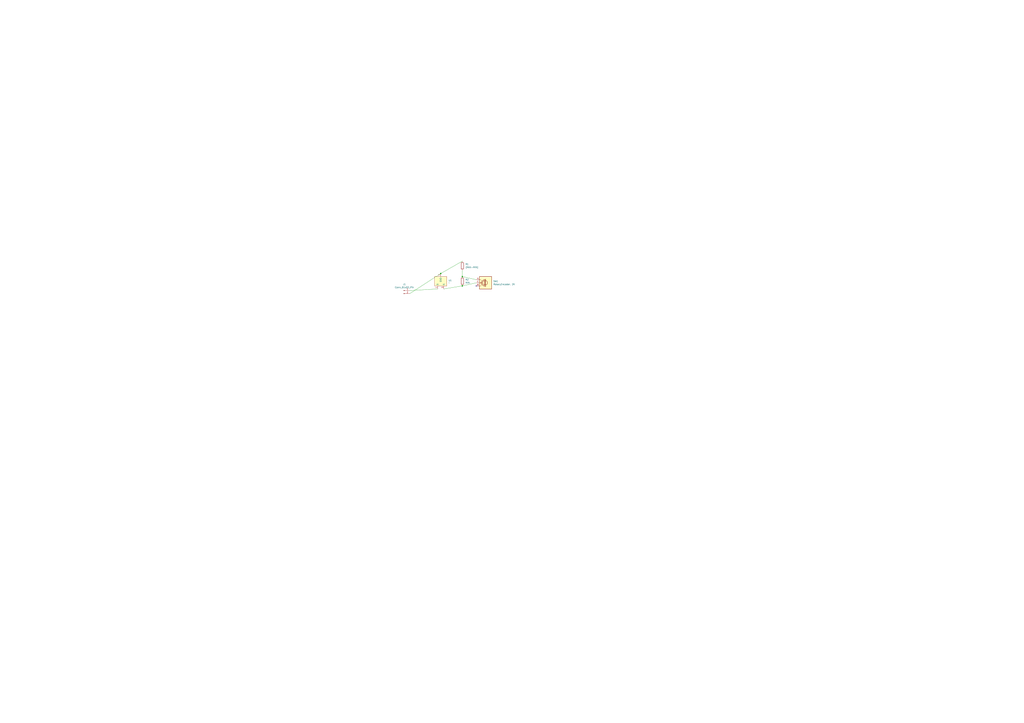
<source format=kicad_sch>
(kicad_sch (version 20231120) (generator "eeschema") (generator_version "8.0")
  (paper "A1")
  (lib_symbols
    (symbol "Connector:Conn_01x02_Pin" (pin_names (offset 1.016) hide)
      (property "Reference" "J" (at 0 2.54 0))
      (property "Value" "Conn_01x02_Pin" (at 0 -5.08 0))
      (symbol "Conn_01x02_Pin_1_1"
        (polyline (pts (xy 1.27 -2.54) (xy 0.8636 -2.54)) (stroke (width 0.1524)))
        (polyline (pts (xy 1.27 0) (xy 0.8636 0)) (stroke (width 0.1524)))
        (rectangle (start 0.8636 -2.413) (end 0 -2.667) (stroke (width 0.1524)) (fill (type outline)))
        (rectangle (start 0.8636 0.127) (end 0 -0.127) (stroke (width 0.1524)) (fill (type outline)))
        (pin passive line (at 5.08 0 180) (length 3.81) (name "Pin_1") (number "1"))
        (pin passive line (at 5.08 -2.54 180) (length 3.81) (name "Pin_2") (number "2"))
      )
    )
    (symbol "Device:R" (pin_numbers hide) (pin_names (offset 0))
      (property "Reference" "R" (at 2.032 0 90))
      (property "Value" "R" (at 0 0 90))
      (symbol "R_0_1"
        (rectangle (start -1.016 -2.54) (end 1.016 2.54) (stroke (width 0.254)))
      )
      (symbol "R_1_1"
        (pin passive line (at 0 3.81 270) (length 1.27) (name "~") (number "1"))
        (pin passive line (at 0 -3.81 90) (length 1.27) (name "~") (number "2"))
      )
    )
    (symbol "Device:RotaryEncoder" (pin_names (offset 0.254) hide)
      (property "Reference" "SW" (at 0 6.604 0))
      (property "Value" "RotaryEncoder" (at 0 -6.604 0))
      (symbol "RotaryEncoder_0_1"
        (rectangle (start -5.08 5.08) (end 5.08 -5.08) (stroke (width 0.254)) (fill (type background)))
        (circle (center -3.81 0) (radius 0.254) (fill (type outline)))
        (circle (center -0.381 0) (radius 1.905) (stroke (width 0.254)))
        (arc (start -0.381 2.667) (mid -3.0988 -0.0635) (end -0.381 -2.794) (stroke (width 0.254)))
        (polyline (pts (xy -0.635 -1.778) (xy -0.635 1.778)) (stroke (width 0.254)))
        (polyline (pts (xy -0.381 -1.778) (xy -0.381 1.778)) (stroke (width 0.254)))
        (polyline (pts (xy -0.127 1.778) (xy -0.127 -1.778)) (stroke (width 0.254)))
        (polyline (pts (xy -5.08 -2.54) (xy -3.81 -2.54) (xy -3.81 -2.032)))
        (polyline (pts (xy -5.08 2.54) (xy -3.81 2.54) (xy -3.81 2.032)))
        (polyline (pts (xy 0.254 -3.048) (xy -0.508 -2.794) (xy 0.127 -2.413)) (stroke (width 0.254)))
        (polyline (pts (xy 0.254 2.921) (xy -0.508 2.667) (xy 0.127 2.286)) (stroke (width 0.254)))
        (polyline (pts (xy -5.08 0) (xy -3.81 0) (xy -3.81 -1.016) (xy -3.302 -2.032)))
        (polyline (pts (xy -4.318 0) (xy -3.81 0) (xy -3.81 1.016) (xy -3.302 2.032)))
      )
      (symbol "RotaryEncoder_1_1"
        (pin passive line (at -7.62 2.54 0) (length 2.54) (name "A") (number "A"))
        (pin passive line (at -7.62 -2.54 0) (length 2.54) (name "B") (number "B"))
        (pin passive line (at -7.62 0 0) (length 2.54) (name "C") (number "C"))
      )
    )
    (symbol "custom_symbols:RM9003a"
      (property "Reference" "U" (at -4.064 2.54 0))
      (symbol "RM9003a_1_1"
        (rectangle (start -5.08 3.81) (end 5.08 -3.81) (fill (type background)))
        (pin bidirectional line (at -2.54 -6.35 90) (length 2.54) (name "D") (number "1"))
        (pin bidirectional line (at 0 6.35 270) (length 2.54) (name "GND") (number "2"))
        (pin bidirectional line (at 2.54 -6.35 90) (length 2.54) (name "S") (number "3"))
      )
    )
  )
  (junction (at 361.95 224.79))
  (junction (at 379.73 227.33))
  (junction (at 379.73 234.95))
  (no_connect (at 391.16 234.95))
  (wire (pts (xy 361.95 224.79) (xy 379.73 214.63)))
  (wire (pts (xy 391.16 232.41) (xy 379.73 234.95)))
  (wire (pts (xy 364.49 237.49) (xy 379.73 234.95)))
  (wire (pts (xy 379.73 222.25) (xy 379.73 227.33)))
  (wire (pts (xy 379.73 227.33) (xy 391.16 229.87)))
  (wire (pts (xy 361.95 224.79) (xy 336.55 241.3)))
  (wire (pts (xy 359.41 237.49) (xy 336.55 238.76)))
  (symbol (lib_id "Device:R") (at 379.73 218.44 0) (unit 1)
    (property "Reference" "R1" (at 382.27 217.1699 0) (effects (justify left)))
    (property "Value" "(MAX-MIN)" (at 382.27 219.7099 0) (effects (justify left)))
    (property "Footprint" "Resistor_SMD:R_1206_3216Metric" (effects (hide yes)))
    (property "Description" "Resistor" (effects (hide yes)))
  )
  (symbol (lib_id "custom_symbols:RM9003a") (at 361.95 231.14 0) (unit 1)
    (property "Reference" "U1" (at 368.3 230.5049 0) (effects (justify left)))
    (property "Value" "~" (at 368.3 232.41 0) (effects (justify left)))
    (property "Footprint" "Package_TO_SOT_SMD:SOT-89-3" (effects (hide yes)))
  )
  (symbol (lib_id "Connector:Conn_01x02_Pin") (at 331.47 238.76 0) (unit 1)
    (property "Reference" "J1" (at 332.105 233.68 0))
    (property "Value" "Conn_01x02_Pin" (at 332.105 236.22 0))
    (property "Footprint" "Connector_PinHeader_2.54mm:PinHeader_1x02_P2.54mm_Vertical" (effects (hide yes)))
    (property "Description" "Generic connector, single row, 01x02, script generated" (effects (hide yes)))
  )
  (symbol (lib_id "Device:RotaryEncoder") (at 398.78 232.41 0) (unit 1)
    (property "Reference" "SW1" (at 405.13 231.1399 0) (effects (justify left)))
    (property "Value" "RotaryEncoder, 2K" (at 405.13 233.6799 0) (effects (justify left)))
    (property "Footprint" "Rotary_Encoder:RotaryEncoder_Bourns_Vertical_PEC12R-3x17F-Nxxxx" (effects (hide yes)))
    (property "Description" "Rotary encoder, dual channel, incremental quadrate outputs" (effects (hide yes)))
  )
  (symbol (lib_id "Device:R") (at 379.73 231.14 0) (unit 1)
    (property "Reference" "R2" (at 382.27 229.8699 0) (effects (justify left)))
    (property "Value" "MIN" (at 382.27 232.4099 0) (effects (justify left)))
    (property "Footprint" "Resistor_SMD:R_1206_3216Metric" (effects (hide yes)))
    (property "Description" "Resistor" (effects (hide yes)))
  )
)
</source>
